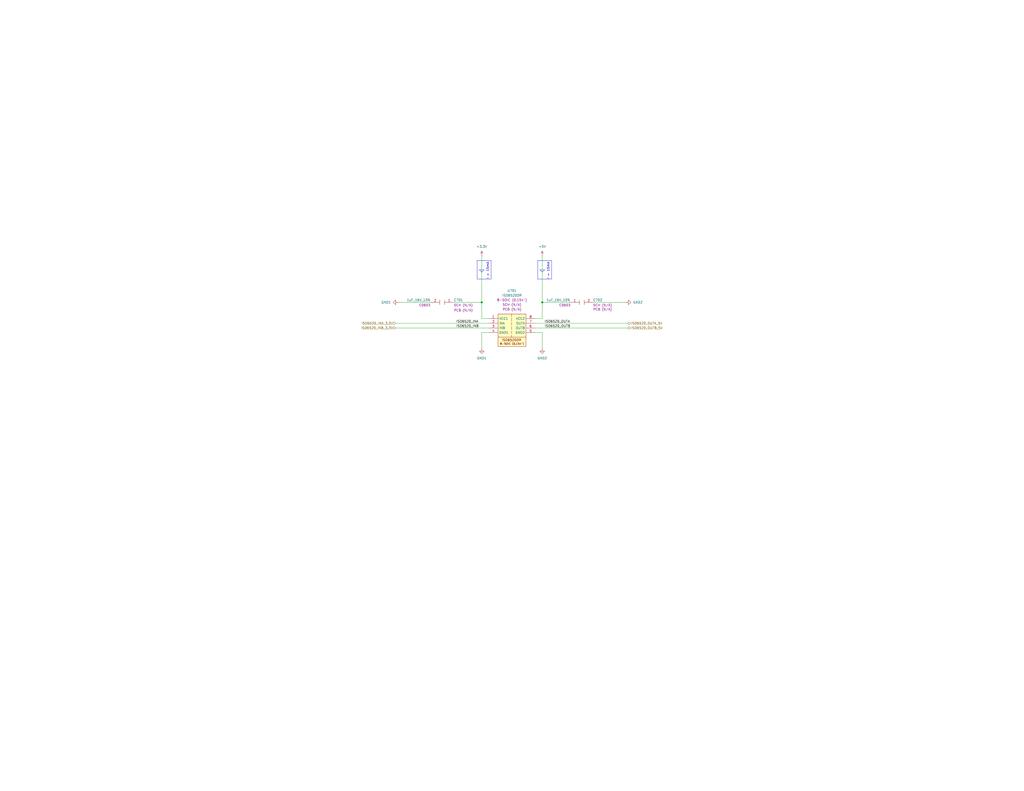
<source format=kicad_sch>
(kicad_sch (version 20231120) (generator "eeschema") (generator_version "8.0")
  (paper "C")
  (title_block (comment 2 "RELEASED"))
  (lib_symbols
    (symbol "_SCHLIB_ESP32-IsoLink:CAP_MLCC_1uF_16V_10%_X7R_C0603" (exclude_from_sim yes)
      (property "Reference" "C" (at 2.794 3.81 0))
      (property "Value" "1uF_16V_10%" (at 2.794 6.096 0))
      (property "Package" "C0603" (at 2.794 11.43 0))
      (property "SCH CHECK" "SCH (N/A)" (at 2.794 16.256 0))
      (property "PCB CHECk" "PCB (N/A)" (at 2.794 19.05 0))
      (symbol "CAP_MLCC_1uF_16V_10%_X7R_C0603_0_1"
        (polyline private (pts (xy 2.54 2.54) (xy 27.94 2.54)))
        (polyline private (pts (xy 2.54 5.08) (xy 27.94 5.08)))
        (polyline private (pts (xy 2.54 7.62) (xy 27.94 7.62)))
        (polyline private (pts (xy 2.54 10.16) (xy 27.94 10.16)))
        (polyline private (pts (xy 2.54 12.7) (xy 27.94 12.7)))
        (polyline private (pts (xy 2.54 15.24) (xy 27.94 15.24)))
        (polyline private (pts (xy 2.54 17.78) (xy 27.94 17.78)))
        (polyline private (pts (xy 2.54 20.32) (xy 27.94 20.32)))
        (polyline private (pts (xy 2.54 22.86) (xy 27.94 22.86)))
        (polyline private (pts (xy 2.54 25.4) (xy 27.94 25.4)))
        (polyline private (pts (xy 2.54 27.94) (xy 27.94 27.94)))
        (polyline private (pts (xy 2.54 30.48) (xy 27.94 30.48)))
        (polyline private (pts (xy 2.54 33.02) (xy 27.94 33.02)))
        (polyline private (pts (xy 2.54 35.56) (xy 27.94 35.56)))
        (polyline private (pts (xy 2.54 38.1) (xy 27.94 38.1)))
        (polyline private (pts (xy 2.54 40.64) (xy 27.94 40.64)))
        (polyline private (pts (xy 2.54 43.18) (xy 27.94 43.18)))
        (polyline private (pts (xy 2.54 45.72) (xy 27.94 45.72)))
        (polyline private (pts (xy 2.54 48.26) (xy 27.94 48.26)))
        (polyline private (pts (xy 2.54 50.8) (xy 27.94 50.8)))
        (polyline (pts (xy 5.08 1.27) (xy 5.08 -1.27)))
        (polyline (pts (xy 7.62 1.27) (xy 7.62 -1.27)))
      )
      (symbol "CAP_MLCC_1uF_16V_10%_X7R_C0603_1_1"
        (pin passive line (at 0 0 0) (length 5.08) (name "") (number "1"))
        (pin passive line (at 12.7 0 180) (length 5.08) (name "") (number "2"))
      )
    )
    (symbol "_SCHLIB_ESP32-IsoLink:IC_Digital Isolator_ISO6520DR_Uni-Directional_2{colon}0_CAN, RS232, RS485, SPI_8-SOIC (0.154{dblquote})" (exclude_from_sim yes)
      (property "Reference" "U" (at 2.794 3.81 0))
      (property "Value" "ISO6520DR" (at 2.794 6.096 0))
      (property "Package" "8-SOIC (0.154\")" (at 2.794 11.43 0))
      (property "SCH CHECK" "SCH (N/A)" (at 2.794 16.256 0))
      (property "PCB CHECk" "PCB (N/A)" (at 2.794 19.05 0))
      (symbol "IC_Digital Isolator_ISO6520DR_Uni-Directional_2{colon}0_CAN, RS232, RS485, SPI_8-SOIC (0.154{dblquote})_0_1"
        (polyline private (pts (xy 2.54 2.54) (xy 27.94 2.54)))
        (polyline private (pts (xy 2.54 5.08) (xy 27.94 5.08)))
        (polyline private (pts (xy 2.54 7.62) (xy 27.94 7.62)))
        (polyline private (pts (xy 2.54 10.16) (xy 27.94 10.16)))
        (polyline private (pts (xy 2.54 12.7) (xy 27.94 12.7)))
        (polyline private (pts (xy 2.54 15.24) (xy 27.94 15.24)))
        (polyline private (pts (xy 2.54 17.78) (xy 27.94 17.78)))
        (polyline private (pts (xy 2.54 20.32) (xy 27.94 20.32)))
        (polyline private (pts (xy 2.54 22.86) (xy 27.94 22.86)))
        (polyline private (pts (xy 2.54 25.4) (xy 27.94 25.4)))
        (polyline private (pts (xy 2.54 27.94) (xy 27.94 27.94)))
        (polyline private (pts (xy 2.54 30.48) (xy 27.94 30.48)))
        (polyline private (pts (xy 2.54 33.02) (xy 27.94 33.02)))
        (polyline private (pts (xy 2.54 35.56) (xy 27.94 35.56)))
        (polyline private (pts (xy 2.54 38.1) (xy 27.94 38.1)))
        (polyline private (pts (xy 2.54 40.64) (xy 27.94 40.64)))
        (polyline private (pts (xy 2.54 43.18) (xy 27.94 43.18)))
        (polyline private (pts (xy 2.54 45.72) (xy 27.94 45.72)))
        (polyline private (pts (xy 2.54 48.26) (xy 27.94 48.26)))
        (polyline private (pts (xy 2.54 50.8) (xy 27.94 50.8)))
      )
      (symbol "IC_Digital Isolator_ISO6520DR_Uni-Directional_2{colon}0_CAN, RS232, RS485, SPI_8-SOIC (0.154{dblquote})_1_1"
        (polyline (pts (xy 0 -12.7) (xy 15.24 -12.7)))
        (polyline (pts (xy 7.366 0) (xy 7.366 -12.7)) (stroke (width 0) (type dash)))
        (rectangle (start 0 0) (end 15.24 -17.78) (fill (type background)))
        (text "8-SOIC (0.154\")" (at 7.62 -16.256 0) (effects (font (size 1.016 1.016))))
        (text "ISO6520DR" (at 7.366 -14.224 0) (effects (font (size 1.27 1.27))))
        (pin passive line (at -5.08 -2.54 0) (length 5.08) (name "VCC1") (number "1"))
        (pin passive line (at -5.08 -5.08 0) (length 5.08) (name "INA") (number "2"))
        (pin passive line (at -5.08 -7.62 0) (length 5.08) (name "INB") (number "3"))
        (pin passive line (at -5.08 -10.16 0) (length 5.08) (name "GND1") (number "4"))
        (pin passive line (at 20.32 -10.16 180) (length 5.08) (name "GND2") (number "5"))
        (pin passive line (at 20.32 -7.62 180) (length 5.08) (name "OUTB") (number "6"))
        (pin passive line (at 20.32 -5.08 180) (length 5.08) (name "OUTA") (number "7"))
        (pin passive line (at 20.32 -2.54 180) (length 5.08) (name "VCC2") (number "8"))
      )
    )
    (symbol "power:+3.3V" (power) (pin_numbers hide) (pin_names (offset 0) hide)
      (property "Value" "+3.3V" (at 0 3.556 0))
      (symbol "+3.3V_0_1"
        (polyline (pts (xy -0.762 1.27) (xy 0 2.54)))
        (polyline (pts (xy 0 0) (xy 0 2.54)))
        (polyline (pts (xy 0 2.54) (xy 0.762 1.27)))
      )
      (symbol "+3.3V_1_1"
        (pin power_in line (at 0 0 90) (length 0) (name "~") (number "1"))
      )
    )
    (symbol "power:+5V" (power) (pin_numbers hide) (pin_names (offset 0) hide)
      (property "Value" "+5V" (at 0 3.556 0))
      (symbol "+5V_0_1"
        (polyline (pts (xy -0.762 1.27) (xy 0 2.54)))
        (polyline (pts (xy 0 0) (xy 0 2.54)))
        (polyline (pts (xy 0 2.54) (xy 0.762 1.27)))
      )
      (symbol "+5V_1_1"
        (pin power_in line (at 0 0 90) (length 0) (name "~") (number "1"))
      )
    )
    (symbol "power:GND1" (power) (pin_numbers hide) (pin_names (offset 0) hide)
      (property "Value" "GND1" (at 0 -3.81 0))
      (symbol "GND1_0_1"
        (polyline (pts (xy 0 0) (xy 0 -1.27) (xy 1.27 -1.27) (xy 0 -2.54) (xy -1.27 -1.27) (xy 0 -1.27)))
      )
      (symbol "GND1_1_1"
        (pin power_in line (at 0 0 270) (length 0) (name "~") (number "1"))
      )
    )
    (symbol "power:GND2" (power) (pin_numbers hide) (pin_names (offset 0) hide)
      (property "Value" "GND2" (at 0 -3.81 0))
      (symbol "GND2_0_1"
        (polyline (pts (xy 0 0) (xy 0 -1.27) (xy 1.27 -1.27) (xy 0 -2.54) (xy -1.27 -1.27) (xy 0 -1.27)))
      )
      (symbol "GND2_1_1"
        (pin power_in line (at 0 0 270) (length 0) (name "~") (number "1"))
      )
    )
  )
  (junction (at 295.91 165.1))
  (junction (at 262.89 165.1))
  (wire (pts (xy 292.1 179.07) (xy 342.9 179.07)))
  (wire (pts (xy 215.9 176.53) (xy 266.7 176.53)))
  (wire (pts (xy 292.1 176.53) (xy 342.9 176.53)))
  (wire (pts (xy 262.89 165.1) (xy 262.89 173.99)))
  (wire (pts (xy 215.9 179.07) (xy 266.7 179.07)))
  (polyline (pts (xy 294.64 147.32) (xy 295.91 148.59)))
  (polyline (pts (xy 294.64 147.32) (xy 297.18 147.32)))
  (wire (pts (xy 217.17 165.1) (xy 234.95 165.1)))
  (wire (pts (xy 247.65 165.1) (xy 262.89 165.1)))
  (wire (pts (xy 295.91 139.7) (xy 295.91 165.1)))
  (polyline (pts (xy 261.62 147.32) (xy 262.89 148.59)))
  (wire (pts (xy 262.89 173.99) (xy 266.7 173.99)))
  (wire (pts (xy 341.63 165.1) (xy 323.85 165.1)))
  (polyline (pts (xy 295.91 148.59) (xy 297.18 147.32)))
  (wire (pts (xy 295.91 165.1) (xy 295.91 173.99)))
  (wire (pts (xy 262.89 181.61) (xy 262.89 190.5)))
  (wire (pts (xy 266.7 181.61) (xy 262.89 181.61)))
  (wire (pts (xy 295.91 181.61) (xy 295.91 190.5)))
  (polyline (pts (xy 261.62 147.32) (xy 264.16 147.32)))
  (wire (pts (xy 292.1 181.61) (xy 295.91 181.61)))
  (wire (pts (xy 292.1 173.99) (xy 295.91 173.99)))
  (polyline (pts (xy 262.89 148.59) (xy 264.16 147.32)))
  (wire (pts (xy 262.89 139.7) (xy 262.89 165.1)))
  (wire (pts (xy 311.15 165.1) (xy 295.91 165.1)))
  (rectangle (start 260.35 142.24) (end 267.97 152.4))
  (rectangle (start 293.37 142.24) (end 300.99 152.4))
  (text "I = 15mA" (at 299.212 147.828 90) (effects (font (size 1.27 1.27))))
  (text "I = 15mA" (at 266.192 147.828 90) (effects (font (size 1.27 1.27))))
  (label "ISO6520_OUTA" (at 297.18 176.53 0))
  (label "ISO6520_INA" (at 248.92 176.53 0))
  (label "ISO6520_OUTB" (at 297.18 179.07 0))
  (label "ISO6520_INB" (at 248.92 179.07 0))
  (hierarchical_label "ISO6520_INB_3.3V" (shape input) (at 215.9 179.07 180))
  (hierarchical_label "ISO6520_INA_3.3V" (shape input) (at 215.9 176.53 180))
  (hierarchical_label "ISO6520_OUTB_5V" (shape output) (at 342.9 179.07 0))
  (hierarchical_label "ISO6520_OUTA_5V" (shape output) (at 342.9 176.53 0))
  (symbol (lib_id "_SCHLIB_ESP32-IsoLink:CAP_MLCC_1uF_16V_10%_X7R_C0603") (at 247.65 165.1 180) (unit 1) (exclude_from_sim yes)
    (property "Reference" "C701" (at 252.73 163.83 0) (effects (justify left)))
    (property "Value" "1uF_16V_10%" (at 234.95 163.83 0) (effects (justify left)))
    (property "Footprint" "_PCBLIB_ESP32-IsoLink:C_0603_1608Metric" (effects (hide yes)))
    (property "Datasheet" "https://weblib.samsungsem.com/mlcc/mlcc-ec-data-sheet.do?partNumber=CL10B105KO8NNN" (effects (hide yes)))
    (property "Description" "1 µF ±10% 16V Ceramic Capacitor X7R 0603 (1608 Metric)" (effects (hide yes)))
    (property "Package" "C0603" (at 234.95 166.624 0) (effects (justify left)))
    (property "Manufacturer 1" "Samsung Electro-Mechanics" (effects (hide yes)))
    (property "MPN 1" "CL10B105KO8NNNC" (effects (hide yes)))
    (property "Vendor 1 Part# - TR" "1276-1019-2-ND" (effects (hide yes)))
    (property "Vendor 1 Part# - CT" "1276-1019-1-ND" (effects (hide yes)))
    (property "Vendor 1" "Digikey" (effects (hide yes)))
    (property "Purchase Link 1" "https://www.digikey.ca/en/products/detail/samsung-electro-mechanics/CL10B105KO8NNNC/3886677" (effects (hide yes)))
    (property "Manufacturer 2" "Samsung Electro-Mechanics" (effects (hide yes)))
    (property "MPN 2" "CL10B105KO8NNNC" (effects (hide yes)))
    (property "Vendor 2 Part# - TR" "CL10B105KO8NNNC" (effects (hide yes)))
    (property "Vendor 2 Part# - CT" "CL10B105KO8NNNC" (effects (hide yes)))
    (property "Vendor 2" "LCSC Electronics" (effects (hide yes)))
    (property "Purchase Link 2" "https://www.lcsc.com/product-detail/Multilayer-Ceramic-Capacitors-MLCC-SMD-SMT_Samsung-Electro-Mechanics-CL10B105KO8NNNC_C59782.html?s_z=n_CL10B105KO8NNNC" (effects (hide yes)))
    (property "SCH CHECK" "SCH (N/A)" (at 258.064 166.624 0) (effects (justify left)))
    (property "PCB CHECk" "PCB (N/A)" (at 258.064 169.418 0) (effects (justify left)))
  )
  (symbol (lib_id "power:GND1") (at 262.89 190.5 0) (unit 1)
    (property "Reference" "#PWR0703" (effects (hide yes)))
    (property "Value" "GND1" (at 262.89 195.58 0))
    (property "Description" "Power symbol creates a global label with name \"GND1\" , ground" (effects (hide yes)))
  )
  (symbol (lib_id "power:+3.3V") (at 262.89 139.7 0) (unit 1)
    (property "Reference" "#PWR0702" (effects (hide yes)))
    (property "Value" "+3.3V" (at 262.89 134.62 0))
    (property "Description" "Power symbol creates a global label with name \"+3.3V\"" (effects (hide yes)))
  )
  (symbol (lib_id "power:GND1") (at 217.17 165.1 270) (unit 1)
    (property "Reference" "#PWR0701" (effects (hide yes)))
    (property "Value" "GND1" (at 213.36 165.0999 90) (effects (justify right)))
    (property "Description" "Power symbol creates a global label with name \"GND1\" , ground" (effects (hide yes)))
  )
  (symbol (lib_id "_SCHLIB_ESP32-IsoLink:CAP_MLCC_1uF_16V_10%_X7R_C0603") (at 311.15 165.1 0) (unit 1) (exclude_from_sim yes)
    (property "Reference" "C702" (at 323.596 163.83 0) (effects (justify left)))
    (property "Value" "1uF_16V_10%" (at 298.196 163.83 0) (effects (justify left)))
    (property "Footprint" "_PCBLIB_ESP32-IsoLink:C_0603_1608Metric" (effects (hide yes)))
    (property "Datasheet" "https://weblib.samsungsem.com/mlcc/mlcc-ec-data-sheet.do?partNumber=CL10B105KO8NNN" (effects (hide yes)))
    (property "Description" "1 µF ±10% 16V Ceramic Capacitor X7R 0603 (1608 Metric)" (effects (hide yes)))
    (property "Package" "C0603" (at 305.054 166.624 0) (effects (justify left)))
    (property "Manufacturer 1" "Samsung Electro-Mechanics" (effects (hide yes)))
    (property "MPN 1" "CL10B105KO8NNNC" (effects (hide yes)))
    (property "Vendor 1 Part# - TR" "1276-1019-2-ND" (effects (hide yes)))
    (property "Vendor 1 Part# - CT" "1276-1019-1-ND" (effects (hide yes)))
    (property "Vendor 1" "Digikey" (effects (hide yes)))
    (property "Purchase Link 1" "https://www.digikey.ca/en/products/detail/samsung-electro-mechanics/CL10B105KO8NNNC/3886677" (effects (hide yes)))
    (property "Manufacturer 2" "Samsung Electro-Mechanics" (effects (hide yes)))
    (property "MPN 2" "CL10B105KO8NNNC" (effects (hide yes)))
    (property "Vendor 2 Part# - TR" "CL10B105KO8NNNC" (effects (hide yes)))
    (property "Vendor 2 Part# - CT" "CL10B105KO8NNNC" (effects (hide yes)))
    (property "Vendor 2" "LCSC Electronics" (effects (hide yes)))
    (property "Purchase Link 2" "https://www.lcsc.com/product-detail/Multilayer-Ceramic-Capacitors-MLCC-SMD-SMT_Samsung-Electro-Mechanics-CL10B105KO8NNNC_C59782.html?s_z=n_CL10B105KO8NNNC" (effects (hide yes)))
    (property "SCH CHECK" "SCH (N/A)" (at 323.596 166.624 0) (effects (justify left)))
    (property "PCB CHECk" "PCB (N/A)" (at 323.596 168.91 0) (effects (justify left)))
  )
  (symbol (lib_id "power:GND2") (at 295.91 190.5 0) (unit 1)
    (property "Reference" "#PWR0705" (effects (hide yes)))
    (property "Value" "GND2" (at 295.91 195.58 0))
    (property "Description" "Power symbol creates a global label with name \"GND2\" , ground" (effects (hide yes)))
  )
  (symbol (lib_id "power:GND2") (at 341.63 165.1 90) (unit 1)
    (property "Reference" "#PWR0706" (effects (hide yes)))
    (property "Value" "GND2" (at 345.44 165.0999 90) (effects (justify right)))
    (property "Description" "Power symbol creates a global label with name \"GND2\" , ground" (effects (hide yes)))
  )
  (symbol (lib_id "_SCHLIB_ESP32-IsoLink:IC_Digital Isolator_ISO6520DR_Uni-Directional_2{colon}0_CAN, RS232, RS485, SPI_8-SOIC (0.154{dblquote})") (at 271.78 171.45 0) (unit 1) (exclude_from_sim yes)
    (property "Reference" "U701" (at 279.4 158.75 0))
    (property "Value" "ISO6520DR" (at 279.4 161.29 0))
    (property "Footprint" "_PCBLIB_ESP32-IsoLink:SOIC-8_3.9x4.9mm_P1.27mm" (effects (hide yes)))
    (property "Datasheet" "https://www.ti.com/lit/ds/symlink/iso6520.pdf?ts=1715857910740&ref_url=https%253A%252F%252Fwww.ti.com%252Fproduct%252FISO6520%253Flogin-check%253Dtrue" (effects (hide yes)))
    (property "Description" "CAN, RS232, RS485, SPI Digital Isolator 707Vrms 2 Channel 50Mbps 100kV/µs CMTI 8-SOIC (0.154\", 3.90mm Width)" (effects (hide yes)))
    (property "Package" "8-SOIC (0.154\")" (at 279.4 163.83 0))
    (property "Manufacturer 1" "Texas Instruments" (effects (hide yes)))
    (property "MPN 1" "ISO6520DR" (effects (hide yes)))
    (property "Vendor 1 Part# - TR" "296-ISO6520DRTR-ND" (effects (hide yes)))
    (property "Vendor 1 Part# - CT" "296-ISO6520DRCT-ND" (effects (hide yes)))
    (property "Vendor 1" "Digikey" (effects (hide yes)))
    (property "Purchase Link 1" "https://www.digikey.ca/en/products/detail/texas-instruments/ISO6520DR/23331403?s=N4IgTCBcDa4JwDYC0BJAygeQQVjABgBEAlAFSKQDkCQBdAXyA" (effects (hide yes)))
    (property "Manufacturer 2" "Texas Instruments" (effects (hide yes)))
    (property "MPN 2" "ISO7720DR" (effects (hide yes)))
    (property "Vendor 2 Part# - TR" "C486037" (effects (hide yes)))
    (property "Vendor 2 Part# - CT" "C486037" (effects (hide yes)))
    (property "Vendor 2" "LCSC Electronics" (effects (hide yes)))
    (property "Purchase Link 2" "https://www.lcsc.com/product-detail/Digital-Isolators_Texas-Instruments-ISO7720DR_C486037.html?s_z=n_ISO7720DR" (effects (hide yes)))
    (property "SCH CHECK" "SCH (N/A)" (at 279.4 166.37 0))
    (property "PCB CHECk" "PCB (N/A)" (at 279.4 168.91 0))
  )
  (symbol (lib_id "power:+5V") (at 295.91 139.7 0) (unit 1)
    (property "Reference" "#PWR0704" (effects (hide yes)))
    (property "Value" "+5V" (at 295.91 134.62 0))
    (property "Description" "Power symbol creates a global label with name \"+5V\"" (effects (hide yes)))
  )
)
</source>
